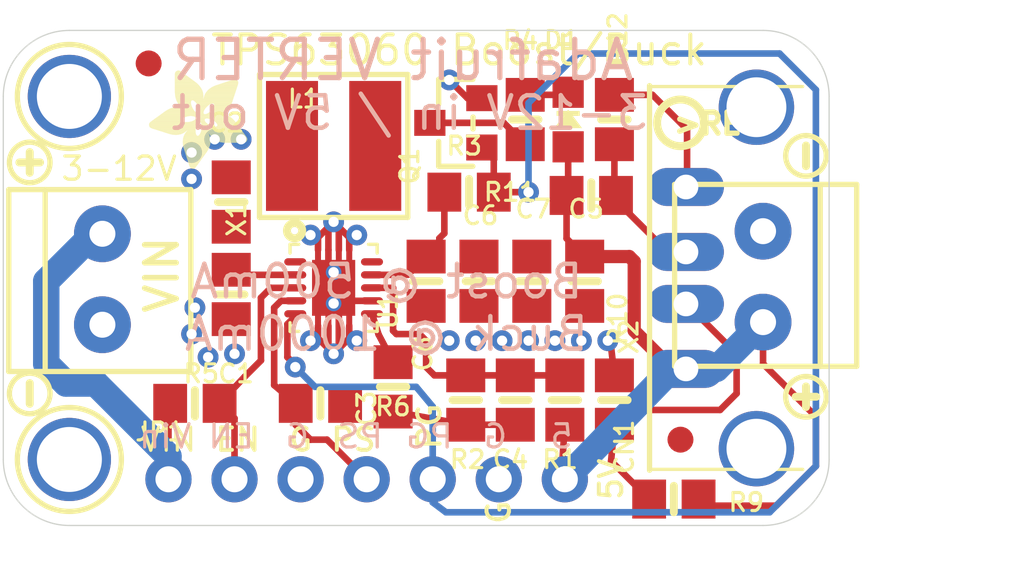
<source format=kicad_pcb>
(kicad_pcb (version 20211014) (generator pcbnew)
  (layers (0 "F.Cu" signal) (31 "B.Cu" signal) (34 "B.Paste" user) (35 "F.Paste" user) (36 "B.SilkS" user "B.Silkscreen") (37 "F.SilkS" user "F.Silkscreen") (38 "B.Mask" user) (39 "F.Mask" user) (44 "Edge.Cuts" user))
  (net 0 "")
  (net 1 "N$1")
  (net 2 "N$2")
  (net 3 "GND")
  (net 4 "VIN")
  (net 5 "N$3")
  (net 6 "N$5")
  (net 7 "PG")
  (net 8 "5.0V")
  (net 9 "N$4")
  (net 10 "N$6")
  (net 11 "ENABLE")
  (net 12 "D+")
  (net 13 "D-")
  (net 14 "PS")
  (footprint "boardEagle:PWSON-N10" (layer "F.Cu") (at 145.3261 105.3846 -90)
    (fp_text reference "U1" (at 0.124 -2.1 90) (layer "F.SilkS") (effects (font (size 0.692831 0.692831) (thickness 0.119969)) (justify right)))
    (fp_text value "TPS63060")
    (pad "1" smd roundrect (at -1 1.475 270) (size 0.28 0.85) (layers "F.Cu" "F.Paste") (roundrect_rratio 0.5) (net 1 "N$1"))
    (pad "2" smd roundrect (at -0.5 1.475 270) (size 0.28 0.85) (layers "F.Cu" "F.Paste") (roundrect_rratio 0.5) (net 4 "VIN"))
    (pad "3" smd roundrect (at 0 1.475 270) (size 0.28 0.85) (layers "F.Cu" "F.Paste") (roundrect_rratio 0.5) (net 11 "ENABLE"))
    (pad "4" smd roundrect (at 0.5 1.475 270) (size 0.28 0.85) (layers "F.Cu" "F.Paste") (roundrect_rratio 0.5) (net 14 "PS"))
    (pad "5" smd roundrect (at 1 1.475 270) (size 0.28 0.85) (layers "F.Cu" "F.Paste") (roundrect_rratio 0.5) (net 7 "PG"))
    (pad "6" smd roundrect (at 1 -1.475 270) (size 0.28 0.85) (layers "F.Cu" "F.Paste") (roundrect_rratio 0.5) (net 5 "N$3"))
    (pad "7" smd roundrect (at 0.5 -1.475 270) (size 0.28 0.85) (layers "F.Cu" "F.Paste") (roundrect_rratio 0.5) (net 3 "GND"))
    (pad "8" smd roundrect (at 0 -1.475 270) (size 0.28 0.85) (layers "F.Cu" "F.Paste") (roundrect_rratio 0.5) (net 6 "N$5"))
    (pad "9" smd roundrect (at -0.5 -1.475 270) (size 0.28 0.85) (layers "F.Cu" "F.Paste") (roundrect_rratio 0.5) (net 8 "5.0V"))
    (pad "10" smd roundrect (at -1 -1.475 270) (size 0.28 0.85) (layers "F.Cu" "F.Paste") (roundrect_rratio 0.5) (net 2 "N$2"))
    (pad "THERMAL@1" smd rect (at 0 0 270) (size 2.15 1.66) (layers "F.Cu") (net 3 "GND"))
    (pad "THERMAL@5" thru_hole circle (at -0.6 0 270) (size 0.6 0.6) (drill 0.4) (layers *.Cu) (net 3 "GND"))
    (pad "THERMAL@6" thru_hole circle (at 0.6 0 270) (size 0.6 0.6) (drill 0.4) (layers *.Cu) (net 3 "GND"))
    (pad "THERMAL@7" smd rect (at 1.46 -0.6 270) (size 0.8 0.23) (layers "F.Cu" "F.Paste" "F.Mask") (net 3 "GND"))
    (pad "THERMAL@8" smd rect (at 1.46 -0.2 270) (size 0.8 0.23) (layers "F.Cu" "F.Paste" "F.Mask") (net 3 "GND"))
    (pad "THERMAL@9" smd rect (at 1.46 0.2 270) (size 0.8 0.23) (layers "F.Cu" "F.Paste" "F.Mask") (net 3 "GND"))
    (pad "THERMAL@10" smd rect (at 1.46 0.6 270) (size 0.8 0.23) (layers "F.Cu" "F.Paste" "F.Mask") (net 3 "GND"))
    (pad "THERMAL@11" smd rect (at -1.46 0.6 270) (size 0.8 0.23) (layers "F.Cu" "F.Paste" "F.Mask") (net 3 "GND"))
    (pad "THERMAL@12" smd rect (at -1.46 0.2 270) (size 0.8 0.23) (layers "F.Cu" "F.Paste" "F.Mask") (net 3 "GND"))
    (pad "THERMAL@13" smd rect (at -1.46 -0.2 270) (size 0.8 0.23) (layers "F.Cu" "F.Paste" "F.Mask") (net 3 "GND"))
    (pad "THERMAL@14" smd rect (at -1.46 -0.6 270) (size 0.8 0.23) (layers "F.Cu" "F.Paste" "F.Mask") (net 3 "GND"))
  )
  (footprint "boardEagle:SYMBOL_MINUS" (layer "F.Cu") (at 133.6421 109.4486 90)
    (fp_text reference "U$25" hide)
    (fp_text value "" hide)
  )
  (footprint "boardEagle:SYMBOL_PLUS" (layer "F.Cu") (at 133.6421 100.5586 90)
    (fp_text reference "U$23" hide)
    (fp_text value "" hide)
  )
  (footprint "boardEagle:TERMBLOCK_1X2-3.5MM" (layer "F.Cu") (at 161.8361 105.0036 90)
    (fp_text reference "X2" (at -3 -5.16 90) (layer "F.SilkS") (effects (font (size 0.692831 0.692831) (thickness 0.119969)) (justify left)))
    (fp_text value "")
    (pad "1" thru_hole circle (at 1.8 0 90) (size 2.1844 2.1844) (drill 1) (layers *.Cu *.Mask) (net 3 "GND"))
    (pad "2" thru_hole circle (at -1.7 0 90) (size 2.1844 2.1844) (drill 1) (layers *.Cu *.Mask) (net 8 "5.0V"))
  )
  (footprint "boardEagle:0805-NO" (layer "F.Cu") (at 141.3891 102.0826 90)
    (fp_text reference "C2" (at 3.048 0.5715) (layer "F.SilkS") (effects (font (size 0.692831 0.692831) (thickness 0.119969)) (justify right)))
    (fp_text value "10uF/16V X5R")
    (pad "1" smd rect (at -0.95 0 90) (size 1.3 1.5) (layers "F.Cu" "F.Paste" "F.Mask") (net 4 "VIN"))
    (pad "2" smd rect (at 0.95 0 90) (size 1.3 1.5) (layers "F.Cu" "F.Paste" "F.Mask") (net 3 "GND"))
  )
  (footprint "boardEagle:FIDUCIAL_1MM" (layer "F.Cu") (at 158.6611 111.2266)
    (fp_text reference "FID1" hide)
    (fp_text value "FIDUCIAL\"\"" hide)
    (pad "1" smd roundrect (at 0 0) (size 1 1) (layers "F.Cu" "F.Mask") (roundrect_rratio 0.5))
  )
  (footprint "boardEagle:0805-NO" (layer "F.Cu") (at 158.4071 113.5126)
    (fp_text reference "R9" (at 2.032 0.127) (layer "F.SilkS") (effects (font (size 0.692831 0.692831) (thickness 0.119969)) (justify left)))
    (fp_text value "75K 1%")
    (pad "1" smd rect (at -0.95 0) (size 1.3 1.5) (layers "F.Cu" "F.Paste" "F.Mask") (net 13 "D-"))
    (pad "2" smd rect (at 0.95 0) (size 1.3 1.5) (layers "F.Cu" "F.Paste" "F.Mask") (net 8 "5.0V"))
  )
  (footprint "boardEagle:0805-NO" (layer "F.Cu") (at 156.1211 109.7026 90)
    (fp_text reference "R10" (at 2.032 0.127 90) (layer "F.SilkS") (effects (font (size 0.692831 0.692831) (thickness 0.119969)) (justify left)))
    (fp_text value "49.9K 1%")
    (pad "1" smd rect (at -0.95 0 90) (size 1.3 1.5) (layers "F.Cu" "F.Paste" "F.Mask") (net 13 "D-"))
    (pad "2" smd rect (at 0.95 0 90) (size 1.3 1.5) (layers "F.Cu" "F.Paste" "F.Mask") (net 3 "GND"))
  )
  (footprint "boardEagle:0805-NO" (layer "F.Cu") (at 154.9781 105.1306 -90)
    (fp_text reference "C5" (at -2.7813 0.6985) (layer "F.SilkS") (effects (font (size 0.692831 0.692831) (thickness 0.119969)) (justify left)))
    (fp_text value "22uF/10V X5R")
    (pad "1" smd rect (at -0.95 0 270) (size 1.3 1.5) (layers "F.Cu" "F.Paste" "F.Mask") (net 8 "5.0V"))
    (pad "2" smd rect (at 0.95 0 270) (size 1.3 1.5) (layers "F.Cu" "F.Paste" "F.Mask") (net 3 "GND"))
  )
  (footprint "boardEagle:0805-NO" (layer "F.Cu") (at 144.8181 109.8296)
    (fp_text reference "R6" (at 2.032 0.127) (layer "F.SilkS") (effects (font (size 0.692831 0.692831) (thickness 0.119969)) (justify left)))
    (fp_text value "105K")
    (pad "1" smd rect (at -0.95 0) (size 1.3 1.5) (layers "F.Cu" "F.Paste" "F.Mask") (net 14 "PS"))
    (pad "2" smd rect (at 0.95 0) (size 1.3 1.5) (layers "F.Cu" "F.Paste" "F.Mask") (net 3 "GND"))
  )
  (footprint "boardEagle:FIDUCIAL_1MM" (layer "F.Cu") (at 138.2141 96.7486)
    (fp_text reference "FID2" hide)
    (fp_text value "FIDUCIAL\"\"" hide)
    (pad "1" smd roundrect (at 0 0) (size 1 1) (layers "F.Cu" "F.Mask") (roundrect_rratio 0.5))
  )
  (footprint "boardEagle:PCBFEAT-REV-040" (layer "F.Cu") (at 158.6611 99.0346)
    (fp_text reference "U$38" hide)
    (fp_text value "" hide)
    (fp_text user ">REV" (at -0.3556 0.508) (layer "F.SilkS") (effects (font (size 0.8128 0.8128) (thickness 0.2032)) (justify left bottom)))
  )
  (footprint "boardEagle:0805-NO" (layer "F.Cu") (at 150.5331 101.7016 180)
    (fp_text reference "R3" (at -0.5715 1.778) (layer "F.SilkS") (effects (font (size 0.692831 0.692831) (thickness 0.119969)) (justify right)))
    (fp_text value "1M")
    (pad "1" smd rect (at -0.95 0 180) (size 1.3 1.5) (layers "F.Cu" "F.Paste" "F.Mask") (net 7 "PG"))
    (pad "2" smd rect (at 0.95 0 180) (size 1.3 1.5) (layers "F.Cu" "F.Paste" "F.Mask") (net 8 "5.0V"))
  )
  (footprint "boardEagle:0805-NO" (layer "F.Cu") (at 152.3111 109.7026 -90)
    (fp_text reference "C4" (at 2.286 -0.5715) (layer "F.SilkS") (effects (font (size 0.692831 0.692831) (thickness 0.119969)) (justify right)))
    (fp_text value "10pF")
    (pad "1" smd rect (at -0.95 0 270) (size 1.3 1.5) (layers "F.Cu" "F.Paste" "F.Mask") (net 6 "N$5"))
    (pad "2" smd rect (at 0.95 0 270) (size 1.3 1.5) (layers "F.Cu" "F.Paste" "F.Mask") (net 3 "GND"))
  )
  (footprint "boardEagle:0805-NO" (layer "F.Cu") (at 155.2321 101.8286 180)
    (fp_text reference "R11" (at 2.032 0.127) (layer "F.SilkS") (effects (font (size 0.692831 0.692831) (thickness 0.119969)) (justify right)))
    (fp_text value "75K 1%")
    (pad "1" smd rect (at -0.95 0 180) (size 1.3 1.5) (layers "F.Cu" "F.Paste" "F.Mask") (net 12 "D+"))
    (pad "2" smd rect (at 0.95 0 180) (size 1.3 1.5) (layers "F.Cu" "F.Paste" "F.Mask") (net 8 "5.0V"))
  )
  (footprint "boardEagle:SYMBOL_MINUS" (layer "F.Cu") (at 163.4871 100.3046 90)
    (fp_text reference "U$24" hide)
    (fp_text value "" hide)
  )
  (footprint "boardEagle:0805-NO" (layer "F.Cu") (at 147.6121 109.1946 -90)
    (fp_text reference "C3" (at 1.5875 1.016 90) (layer "F.SilkS") (effects (font (size 0.692831 0.692831) (thickness 0.119969)) (justify left)))
    (fp_text value "0.1uF")
    (pad "1" smd rect (at -0.95 0 270) (size 1.3 1.5) (layers "F.Cu" "F.Paste" "F.Mask") (net 5 "N$3"))
    (pad "2" smd rect (at 0.95 0 270) (size 1.3 1.5) (layers "F.Cu" "F.Paste" "F.Mask") (net 3 "GND"))
  )
  (footprint "boardEagle:INDUCTOR_5X5MM_TDK_VLC5045" (layer "F.Cu") (at 145.3261 99.9236)
    (fp_text reference "L1" (at -1.83 -1.81) (layer "F.SilkS") (effects (font (size 0.692831 0.692831) (thickness 0.119969)) (justify left)))
    (fp_text value "NRS5030T1R0NMGJ ")
    (pad "P$1" smd rect (at -1.6 0) (size 2 5) (layers "F.Cu" "F.Paste" "F.Mask") (net 1 "N$1"))
    (pad "P$2" smd rect (at 1.6 0) (size 2 5) (layers "F.Cu" "F.Paste" "F.Mask") (net 2 "N$2"))
  )
  (footprint "boardEagle:CHIPLED_0805_NOOUTLINE" (layer "F.Cu") (at 154.3431 98.9076)
    (fp_text reference "D1" (at 0.508 -3.048) (layer "F.SilkS") (effects (font (size 0.692831 0.692831) (thickness 0.119969)) (justify right)))
    (fp_text value "GREEN")
    (pad "A" smd rect (at 0 1.05) (size 1.2 1.2) (layers "F.Cu" "F.Paste" "F.Mask") (net 8 "5.0V"))
    (pad "C" smd rect (at 0 -1.05) (size 1.2 1.2) (layers "F.Cu" "F.Paste" "F.Mask") (net 9 "N$4"))
  )
  (footprint "boardEagle:0805-NO" (layer "F.Cu") (at 141.3891 105.6386 -90)
    (fp_text reference "C1" (at 3.048 0.5715) (layer "F.SilkS") (effects (font (size 0.692831 0.692831) (thickness 0.119969)) (justify left)))
    (fp_text value "10uF/16V X5R")
    (pad "1" smd rect (at -0.95 0 270) (size 1.3 1.5) (layers "F.Cu" "F.Paste" "F.Mask") (net 4 "VIN"))
    (pad "2" smd rect (at 0.95 0 270) (size 1.3 1.5) (layers "F.Cu" "F.Paste" "F.Mask") (net 3 "GND"))
  )
  (footprint "boardEagle:0805-NO" (layer "F.Cu") (at 156.1211 98.9076 90)
    (fp_text reference "R12" (at 2.032 0.127 90) (layer "F.SilkS") (effects (font (size 0.692831 0.692831) (thickness 0.119969)) (justify left)))
    (fp_text value "49.9K 1%")
    (pad "1" smd rect (at -0.95 0 90) (size 1.3 1.5) (layers "F.Cu" "F.Paste" "F.Mask") (net 12 "D+"))
    (pad "2" smd rect (at 0.95 0 90) (size 1.3 1.5) (layers "F.Cu" "F.Paste" "F.Mask") (net 3 "GND"))
  )
  (footprint "boardEagle:0805-NO" (layer "F.Cu") (at 152.6921 98.9076 -90)
    (fp_text reference "R4" (at -3.048 -0.5715) (layer "F.SilkS") (effects (font (size 0.692831 0.692831) (thickness 0.119969)) (justify right)))
    (fp_text value "1K")
    (pad "1" smd rect (at -0.95 0 270) (size 1.3 1.5) (layers "F.Cu" "F.Paste" "F.Mask") (net 9 "N$4"))
    (pad "2" smd rect (at 0.95 0 270) (size 1.3 1.5) (layers "F.Cu" "F.Paste" "F.Mask") (net 10 "N$6"))
  )
  (footprint "boardEagle:0805-NO" (layer "F.Cu") (at 139.9921 109.8296)
    (fp_text reference "R5" (at -0.508 -1.143) (layer "F.SilkS") (effects (font (size 0.692831 0.692831) (thickness 0.119969)) (justify left)))
    (fp_text value "105K")
    (pad "1" smd rect (at -0.95 0) (size 1.3 1.5) (layers "F.Cu" "F.Paste" "F.Mask") (net 4 "VIN"))
    (pad "2" smd rect (at 0.95 0) (size 1.3 1.5) (layers "F.Cu" "F.Paste" "F.Mask") (net 11 "ENABLE"))
  )
  (footprint "boardEagle:0805-NO" (layer "F.Cu") (at 150.9141 105.1306 -90)
    (fp_text reference "C6" (at -2.5273 0.6985) (layer "F.SilkS") (effects (font (size 0.692831 0.692831) (thickness 0.119969)) (justify left)))
    (fp_text value "22uF/10V X5R")
    (pad "1" smd rect (at -0.95 0 270) (size 1.3 1.5) (layers "F.Cu" "F.Paste" "F.Mask") (net 8 "5.0V"))
    (pad "2" smd rect (at 0.95 0 270) (size 1.3 1.5) (layers "F.Cu" "F.Paste" "F.Mask") (net 3 "GND"))
  )
  (footprint "boardEagle:TERMBLOCK_1X2-3.5MM" (layer "F.Cu") (at 136.4361 105.0036 -90)
    (fp_text reference "X1" (at -3 -5.16 90) (layer "F.SilkS") (effects (font (size 0.692831 0.692831) (thickness 0.119969)) (justify right)))
    (fp_text value "")
    (pad "1" thru_hole circle (at 1.8 0 270) (size 2.1844 2.1844) (drill 1) (layers *.Cu *.Mask) (net 3 "GND"))
    (pad "2" thru_hole circle (at -1.7 0 270) (size 2.1844 2.1844) (drill 1) (layers *.Cu *.Mask) (net 4 "VIN"))
  )
  (footprint "boardEagle:0805-NO" (layer "F.Cu") (at 150.4061 109.7026 90)
    (fp_text reference "R2" (at -2.286 0.8255) (layer "F.SilkS") (effects (font (size 0.692831 0.692831) (thickness 0.119969)) (justify right)))
    (fp_text value "105K")
    (pad "1" smd rect (at -0.95 0 90) (size 1.3 1.5) (layers "F.Cu" "F.Paste" "F.Mask") (net 3 "GND"))
    (pad "2" smd rect (at 0.95 0 90) (size 1.3 1.5) (layers "F.Cu" "F.Paste" "F.Mask") (net 6 "N$5"))
  )
  (footprint "boardEagle:0805-NO" (layer "F.Cu") (at 154.2161 109.7026 -90)
    (fp_text reference "R1" (at 2.286 -0.5715) (layer "F.SilkS") (effects (font (size 0.692831 0.692831) (thickness 0.119969)) (justify right)))
    (fp_text value "1M")
    (pad "1" smd rect (at -0.95 0 270) (size 1.3 1.5) (layers "F.Cu" "F.Paste" "F.Mask") (net 6 "N$5"))
    (pad "2" smd rect (at 0.95 0 270) (size 1.3 1.5) (layers "F.Cu" "F.Paste" "F.Mask") (net 8 "5.0V"))
  )
  (footprint "boardEagle:0805-NO" (layer "F.Cu") (at 148.8821 105.1306 -90)
    (fp_text reference "C8" (at 2.032 0.127 90) (layer "F.SilkS") (effects (font (size 0.692831 0.692831) (thickness 0.119969)) (justify right)))
    (fp_text value "1uF/10V X5R")
    (pad "1" smd rect (at -0.95 0 270) (size 1.3 1.5) (layers "F.Cu" "F.Paste" "F.Mask") (net 8 "5.0V"))
    (pad "2" smd rect (at 0.95 0 270) (size 1.3 1.5) (layers "F.Cu" "F.Paste" "F.Mask") (net 3 "GND"))
  )
  (footprint "boardEagle:1X07_ROUND_70" (layer "F.Cu") (at 146.5961 112.7506)
    (fp_text reference "JP1" (at -8.9662 -1.8288) (layer "F.SilkS") (effects (font (size 0.692831 0.692831) (thickness 0.119969)) (justify left)))
    (fp_text value "")
    (pad "1" thru_hole circle (at -7.62 0 90) (size 1.778 1.778) (drill 1) (layers *.Cu *.Mask) (net 4 "VIN"))
    (pad "2" thru_hole circle (at -5.08 0 90) (size 1.778 1.778) (drill 1) (layers *.Cu *.Mask) (net 11 "ENABLE"))
    (pad "3" thru_hole circle (at -2.54 0 90) (size 1.778 1.778) (drill 1) (layers *.Cu *.Mask) (net 3 "GND"))
    (pad "4" thru_hole circle (at 0 0 90) (size 1.778 1.778) (drill 1) (layers *.Cu *.Mask) (net 14 "PS"))
    (pad "5" thru_hole circle (at 2.54 0 90) (size 1.778 1.778) (drill 1) (layers *.Cu *.Mask) (net 7 "PG"))
    (pad "6" thru_hole circle (at 5.08 0 90) (size 1.778 1.778) (drill 1) (layers *.Cu *.Mask) (net 3 "GND"))
    (pad "7" thru_hole circle (at 7.62 0 90) (size 1.778 1.778) (drill 1) (layers *.Cu *.Mask) (net 8 "5.0V"))
  )
  (footprint "boardEagle:MOUNTINGHOLE_2.5_PLATED" (layer "F.Cu") (at 135.1661 111.9886)
    (fp_text reference "U$15" hide)
    (fp_text value "MOUNTINGHOLE2.5" hide)
    (pad "P$1" thru_hole circle (at 0 0) (size 3.2 3.2) (drill 2.5) (layers *.Cu *.Mask))
  )
  (footprint "boardEagle:MOUNTINGHOLE_2.5_PLATED" (layer "F.Cu") (at 135.1661 98.0186)
    (fp_text reference "U$17" hide)
    (fp_text value "MOUNTINGHOLE2.5" hide)
    (pad "P$1" thru_hole circle (at 0 0) (size 3.2 3.2) (drill 2.5) (layers *.Cu *.Mask))
  )
  (footprint "boardEagle:0805-NO" (layer "F.Cu") (at 152.9461 105.1306 -90)
    (fp_text reference "C7" (at -2.7813 0.6985) (layer "F.SilkS") (effects (font (size 0.692831 0.692831) (thickness 0.119969)) (justify left)))
    (fp_text value "22uF/10V X5R")
    (pad "1" smd rect (at -0.95 0 270) (size 1.3 1.5) (layers "F.Cu" "F.Paste" "F.Mask") (net 8 "5.0V"))
    (pad "2" smd rect (at 0.95 0 270) (size 1.3 1.5) (layers "F.Cu" "F.Paste" "F.Mask") (net 3 "GND"))
  )
  (footprint "boardEagle:ADAFRUIT_3.5MM" (layer "F.Cu") (at 142.0241 97.0026 180)
    (fp_text reference "U$27" hide)
    (fp_text value "" hide)
  )
  (footprint "boardEagle:SOT23-WIDE" (layer "F.Cu") (at 150.0251 99.0346 90)
    (fp_text reference "Q1" (at -0.889 -1.778 90) (layer "F.SilkS") (effects (font (size 0.692831 0.692831) (thickness 0.119969)) (justify right)))
    (fp_text value "BSS138")
    (pad "1" smd rect (at -0.95 1 90) (size 1 1.2) (layers "F.Cu" "F.Paste" "F.Mask") (net 7 "PG"))
    (pad "2" smd rect (at 0.95 1 90) (size 1 1.2) (layers "F.Cu" "F.Paste" "F.Mask") (net 3 "GND"))
    (pad "3" smd rect (at 0 -1 90) (size 1 1.2) (layers "F.Cu" "F.Paste" "F.Mask") (net 10 "N$6"))
  )
  (footprint "boardEagle:USB_HOST-PTH" (layer "F.Cu") (at 165.3921 105.0036 90)
    (fp_text reference "CN1" (at -7.62 -8.89 90) (layer "F.SilkS") (effects (font (size 0.692831 0.692831) (thickness 0.119969)) (justify left)))
    (fp_text value "USBA_FEMALE")
    (pad "D+" thru_hole oval (at 1 -6.52 180) (size 2.916 1.458) (drill 0.95) (layers *.Cu *.Mask) (net 12 "D+"))
    (pad "D-" thru_hole oval (at -1 -6.52 180) (size 2.916 1.458) (drill 0.95) (layers *.Cu *.Mask) (net 13 "D-"))
    (pad "GND" thru_hole oval (at 3.5 -6.52 180) (size 2.916 1.458) (drill 0.95) (layers *.Cu *.Mask) (net 3 "GND"))
    (pad "S1" thru_hole circle (at -6.57 -3.81 90) (size 2.9 2.9) (drill 2.3) (layers *.Cu *.Mask))
    (pad "S2" thru_hole circle (at 6.57 -3.81 270) (size 2.9 2.9) (drill 2.3) (layers *.Cu *.Mask))
    (pad "VBUS" thru_hole oval (at -3.5 -6.52 180) (size 2.916 1.458) (drill 0.95) (layers *.Cu *.Mask) (net 8 "5.0V"))
  )
  (footprint "boardEagle:SYMBOL_PLUS" (layer "F.Cu") (at 163.4871 109.5756 90)
    (fp_text reference "U$22" hide)
    (fp_text value "" hide)
  )
  (footprint "boardEagle:VERTERLOGO" (layer "B.Cu") (at 157.1371 103.9876 180)
    (fp_text reference "U$37" hide)
    (fp_text value "" hide)
  )
  (gr_arc (start 135.1661 114.5286) (mid 133.370049 113.784651) (end 132.6261 111.9886) (layer "Edge.Cuts") (width 0.05))
  (gr_line (start 135.1661 95.4786) (end 161.8361 95.4786) (layer "Edge.Cuts") (width 0.05))
  (gr_arc (start 132.6261 98.0186) (mid 133.370049 96.222549) (end 135.1661 95.4786) (layer "Edge.Cuts") (width 0.05))
  (gr_line (start 164.3761 98.0186) (end 164.3761 111.9886) (layer "Edge.Cuts") (width 0.05))
  (gr_line (start 161.8361 114.5286) (end 135.1661 114.5286) (layer "Edge.Cuts") (width 0.05))
  (gr_line (start 132.6261 111.9886) (end 132.6261 98.0186) (layer "Edge.Cuts") (width 0.05))
  (gr_arc (start 164.3761 111.9886) (mid 163.632151 113.784651) (end 161.8361 114.5286) (layer "Edge.Cuts") (width 0.05))
  (gr_arc (start 161.8361 95.4786) (mid 163.632151 96.222549) (end 164.3761 98.0186) (layer "Edge.Cuts") (width 0.05))
  (gr_text "5" (at 154.0891 111.0996) (layer "B.SilkS") (effects (font (size 0.89408 0.89408) (thickness 0.12192)) (justify mirror)))
  (gr_text "PS" (at 146.3421 111.0996) (layer "B.SilkS") (effects (font (size 0.89408 0.89408) (thickness 0.12192)) (justify mirror)))
  (gr_text "EN" (at 141.3891 111.0996) (layer "B.SilkS") (effects (font (size 0.89408 0.89408) (thickness 0.12192)) (justify mirror)))
  (gr_text "G" (at 143.9291 111.0996) (layer "B.SilkS") (effects (font (size 0.89408 0.89408) (thickness 0.12192)) (justify mirror)))
  (gr_text "PG" (at 149.0091 111.0996) (layer "B.SilkS") (effects (font (size 0.89408 0.89408) (thickness 0.12192)) (justify mirror)))
  (gr_text "Vin" (at 138.8491 111.0996) (layer "B.SilkS") (effects (font (size 0.89408 0.89408) (thickness 0.12192)) (justify mirror)))
  (gr_text "Adafruit VERTER" (at 147.9931 96.6216) (layer "B.SilkS") (effects (font (size 1.475232 1.475232) (thickness 0.201168)) (justify mirror)))
  (gr_text "Boost @ 500mA\nBuck @ 1000mA" (at 147.3581 106.1466) (layer "B.SilkS") (effects (font (size 1.251712 1.251712) (thickness 0.170688)) (justify mirror)))
  (gr_text "3-12V in / 5V out" (at 148.2471 98.6536) (layer "B.SilkS") (effects (font (size 1.251712 1.251712) (thickness 0.170688)) (justify mirror)))
  (gr_text "G" (at 151.5491 111.0996) (layer "B.SilkS") (effects (font (size 0.89408 0.89408) (thickness 0.12192)) (justify mirror)))
  (gr_text "G" (at 151.6761 114.0206 90) (layer "F.SilkS") (effects (font (size 0.8636 0.8636) (thickness 0.1524))))
  (gr_text "PS" (at 146.0881 111.2266) (layer "F.SilkS") (effects (font (size 0.8636 0.8636) (thickness 0.1524))))
  (gr_text "TPS63060 Boost/Buck" (at 150.1521 96.2406) (layer "F.SilkS") (effects (font (size 1.1176 1.1176) (thickness 0.1524))))
  (gr_text "EN" (at 141.6431 111.2266) (layer "F.SilkS") (effects (font (size 0.8636 0.8636) (thickness 0.1524))))
  (gr_text "3-12V" (at 134.7851 101.3206) (layer "F.SilkS") (effects (font (size 0.89408 0.89408) (thickness 0.12192)) (justify left bottom)))
  (gr_text "5V" (at 155.9941 112.7506 90) (layer "F.SilkS") (effects (font (size 0.8636 0.8636) (thickness 0.1524))))
  (gr_text "PG" (at 149.0091 110.7186 90) (layer "F.SilkS") (effects (font (size 0.8636 0.8636) (thickness 0.1524))))
  (gr_text "G" (at 144.0561 111.2266) (layer "F.SilkS") (effects (font (size 0.8636 0.8636) (thickness 0.1524))))
  (gr_text "VIN" (at 138.9761 111.2266) (layer "F.SilkS") (effects (font (size 0.89408 0.89408) (thickness 0.12192))))
  (gr_text "VIN" (at 138.7221 104.8766 90) (layer "F.SilkS") (effects (font (size 1.20904 1.20904) (thickness 0.21336))))
  (segment (start 144.7261 103.9246) (end 144.7261 103.4446) (width 0.254) (layer "F.Cu") (net 3))
  (segment (start 144.7261 103.4446) (end 145.3261 102.8446) (width 0.254) (layer "F.Cu") (net 3))
  (segment (start 145.5261 106.1846) (end 145.3261 105.9846) (width 0.254) (layer "F.Cu") (net 3))
  (segment (start 145.5261 103.9246) (end 145.5261 103.0446) (width 0.254) (layer "F.Cu") (net 3))
  (segment (start 158.9151 99.2886) (end 158.9151 101.4606) (width 0.254) (layer "F.Cu") (net 3))
  (segment (start 145.9261 103.4446) (end 145.3261 102.8446) (width 0.254) (layer "F.Cu") (net 3))
  (segment (start 145.1261 107.7246) (end 145.3261 107.9246) (width 0.254) (layer "F.Cu") (net 3))
  (segment (start 151.0251 98.0846) (end 150.4721 98.0846) (width 0.254) (layer "F.Cu") (net 3))
  (segment (start 145.5261 106.8446) (end 145.5261 106.1846) (width 0.254) (layer "F.Cu") (net 3))
  (segment (start 155.9941 107.6706) (end 155.8671 107.4166) (width 0.254) (layer "F.Cu") (net 3))
  (segment (start 157.5841 97.9576) (end 158.9151 99.2886) (width 0.254) (layer "F.Cu") (net 3))
  (segment (start 145.1261 103.0446) (end 145.3261 102.8446) (width 0.254) (layer "F.Cu") (net 3))
  (segment (start 150.4721 98.0846) (end 149.7711 97.3836) (width 0.254) (layer "F.Cu") (net 3))
  (segment (start 158.9151 101.4606) (end 158.8721 101.5036) (width 0.254) (layer "F.Cu") (net 3))
  (segment (start 150.4061 110.6526) (end 152.3111 110.6526) (width 0.254) (layer "F.Cu") (net 3))
  (segment (start 145.1261 106.8446) (end 145.1261 107.7246) (width 0.254) (layer "F.Cu") (net 3))
  (segment (start 156.1211 97.9576) (end 157.5841 97.9576) (width 0.254) (layer "F.Cu") (net 3))
  (segment (start 145.9261 103.9246) (end 145.9261 103.4446) (width 0.254) (layer "F.Cu") (net 3))
  (segment (start 145.1261 103.9246) (end 145.1261 103.0446) (width 0.254) (layer "F.Cu") (net 3))
  (segment (start 145.9261 106.8446) (end 145.9261 107.3246) (width 0.254) (layer "F.Cu") (net 3))
  (segment (start 144.7261 107.3246) (end 145.3261 107.9246) (width 0.254) (layer "F.Cu") (net 3))
  (segment (start 145.1261 103.9246) (end 145.1261 104.5846) (width 0.254) (layer "F.Cu") (net 3))
  (segment (start 145.5261 103.0446) (end 145.3261 102.8446) (width 0.254) (layer "F.Cu") (net 3))
  (segment (start 145.5261 106.8446) (end 145.5261 107.7246) (width 0.254) (layer "F.Cu") (net 3))
  (segment (start 145.5261 107.7246) (end 145.3261 107.9246) (width 0.254) (layer "F.Cu") (net 3))
  (segment (start 144.7261 106.8446) (end 144.7261 107.3246) (width 0.254) (layer "F.Cu") (net 3))
  (segment (start 147.6121 110.1446) (end 150.4061 110.6526) (width 0.254) (layer "F.Cu") (net 3))
  (segment (start 145.3261 104.7846) (end 145.3261 105.3846) (width 0.254) (layer "F.Cu") (net 3))
  (segment (start 145.3261 105.8846) (end 145.3261 105.9846) (width 0.254) (layer "F.Cu") (net 3))
  (segment (start 146.8011 105.8846) (end 145.3261 105.8846) (width 0.254) (layer "F.Cu") (net 3))
  (segment (start 145.9261 107.3246) (end 145.3261 107.9246) (width 0.254) (layer "F.Cu") (net 3))
  (segment (start 145.1261 104.5846) (end 145.3261 104.7846) (width 0.254) (layer "F.Cu") (net 3))
  (segment (start 156.1211 108.7526) (end 155.9941 107.6706) (width 0.254) (layer "F.Cu") (net 3))
  (via (at 145.3261 102.8446) (size 0.8001) (drill 0.3937) (layers "F.Cu" "B.Cu") (net 3))
  (via (at 140.5001 108.0516) (size 0.8001) (drill 0.3937) (layers "F.Cu" "B.Cu") (net 3))
  (via (at 155.8671 107.4166) (size 0.8001) (drill 0.3937) (layers "F.Cu" "B.Cu") (net 3))
  (via (at 153.8351 107.4166) (size 0.8001) (drill 0.3937) (layers "F.Cu" "B.Cu") (net 3))
  (via (at 149.7711 97.3836) (size 0.8001) (drill 0.3937) (layers "F.Cu" "B.Cu") (net 3))
  (via (at 139.8651 101.1936) (size 0.8001) (drill 0.3937) (layers "F.Cu" "B.Cu") (net 3))
  (via (at 139.9921 106.1466) (size 0.8001) (drill 0.3937) (layers "F.Cu" "B.Cu") (net 3))
  (via (at 141.5161 107.9246) (size 0.8001) (drill 0.3937) (layers "F.Cu" "B.Cu") (net 3))
  (via (at 145.3261 107.9246) (size 0.8001) (drill 0.3937) (layers "F.Cu" "B.Cu") (net 3))
  (via (at 146.2151 103.3526) (size 0.8001) (drill 0.3937) (layers "F.Cu" "B.Cu") (net 3))
  (via (at 149.7711 107.4166) (size 0.8001) (drill 0.3937) (layers "F.Cu" "B.Cu") (net 3))
  (via (at 144.4371 103.3526) (size 0.8001) (drill 0.3937) (layers "F.Cu" "B.Cu") (net 3))
  (via (at 141.7701 99.6696) (size 0.8001) (drill 0.3937) (layers "F.Cu" "B.Cu") (net 3))
  (via (at 150.7871 107.4166) (size 0.8001) (drill 0.3937) (layers "F.Cu" "B.Cu") (net 3))
  (via (at 139.8651 107.1626) (size 0.8001) (drill 0.3937) (layers "F.Cu" "B.Cu") (net 3))
  (via (at 152.8191 107.4166) (size 0.8001) (drill 0.3937) (layers "F.Cu" "B.Cu") (net 3))
  (via (at 154.8511 107.4166) (size 0.8001) (drill 0.3937) (layers "F.Cu" "B.Cu") (net 3))
  (via (at 144.4371 107.4166) (size 0.8001) (drill 0.3937) (layers "F.Cu" "B.Cu") (net 3))
  (via (at 151.8031 107.4166) (size 0.8001) (drill 0.3937) (layers "F.Cu" "B.Cu") (net 3))
  (via (at 139.8651 100.1776) (size 0.8001) (drill 0.3937) (layers "F.Cu" "B.Cu") (net 3))
  (via (at 146.2151 107.4166) (size 0.8001) (drill 0.3937) (layers "F.Cu" "B.Cu") (net 3))
  (via (at 140.7541 99.6696) (size 0.8001) (drill 0.3937) (layers "F.Cu" "B.Cu") (net 3))
  (segment (start 149.7711 97.3836) (end 149.3901 97.3836) (width 0.254) (layer "B.Cu") (net 3))
  (segment (start 143.8511 104.8846) (end 141.7701 104.8846) (width 0.254) (layer "F.Cu") (net 4))
  (segment (start 141.7701 104.8846) (end 141.3891 104.6886) (width 0.254) (layer "F.Cu") (net 4))
  (segment (start 139.0421 109.8296) (end 138.9761 109.8956) (width 0.254) (layer "F.Cu") (net 4))
  (segment (start 138.9761 109.8956) (end 138.9761 112.7506) (width 0.254) (layer "F.Cu") (net 4))
  (segment (start 135.0391 109.0676) (end 134.2771 108.3056) (width 1.016) (layer "B.Cu") (net 4))
  (segment (start 134.2771 105.1306) (end 136.1041 103.3036) (width 1.016) (layer "B.Cu") (net 4))
  (segment (start 138.9761 112.7506) (end 138.9761 111.8616) (width 1.016) (layer "B.Cu") (net 4))
  (segment (start 134.2771 108.3056) (end 134.2771 105.1306) (width 1.016) (layer "B.Cu") (net 4))
  (segment (start 138.9761 111.8616) (end 136.1821 109.0676) (width 1.016) (layer "B.Cu") (net 4))
  (segment (start 136.1041 103.3036) (end 136.4361 103.3036) (width 1.016) (layer "B.Cu") (net 4))
  (segment (start 136.1821 109.0676) (end 135.0391 109.0676) (width 1.016) (layer "B.Cu") (net 4))
  (segment (start 147.6121 108.2446) (end 147.0551 107.1796) (width 0.254) (layer "F.Cu") (net 5))
  (segment (start 147.0551 107.1796) (end 146.8011 106.3846) (width 0.254) (layer "F.Cu") (net 5))
  (segment (start 149.2021 108.7526) (end 150.4061 108.7526) (width 0.254) (layer "F.Cu") (net 6))
  (segment (start 147.6121 105.3846) (end 147.6121 107.0356) (width 0.254) (layer "F.Cu") (net 6))
  (segment (start 147.6121 107.0356) (end 147.7391 107.1626) (width 0.254) (layer "F.Cu") (net 6))
  (segment (start 150.4061 108.7526) (end 152.3111 108.7526) (width 0.254) (layer "F.Cu") (net 6))
  (segment (start 148.8821 108.4326) (end 149.2021 108.7526) (width 0.254) (layer "F.Cu") (net 6))
  (segment (start 146.8011 105.3846) (end 147.6121 105.3846) (width 0.254) (layer "F.Cu") (net 6))
  (segment (start 148.8821 107.4166) (end 148.8821 108.4326) (width 0.254) (layer "F.Cu") (net 6))
  (segment (start 148.6281 107.1626) (end 148.8821 107.4166) (width 0.254) (layer "F.Cu") (net 6))
  (segment (start 152.3111 108.7526) (end 154.2161 108.7526) (width 0.254) (layer "F.Cu") (net 6))
  (segment (start 147.7391 107.1626) (end 148.6281 107.1626) (width 0.254) (layer "F.Cu") (net 6))
  (segment (start 151.4831 101.7016) (end 151.4831 100.4426) (width 0.254) (layer "F.Cu") (net 7))
  (segment (start 143.5481 106.7816) (end 143.5481 108.0516) (width 0.254) (layer "F.Cu") (net 7))
  (segment (start 143.8511 106.4786) (end 143.5481 106.7816) (width 0.254) (layer "F.Cu") (net 7))
  (segment (start 151.4831 101.7016) (end 152.8191 101.7016) (width 0.254) (layer "F.Cu") (net 7))
  (segment (start 143.6751 108.1786) (end 143.8511 108.4326) (width 0.254) (layer "F.Cu") (net 7))
  (segment (start 143.5481 108.0516) (end 143.6751 108.1786) (width 0.254) (layer "F.Cu") (net 7))
  (segment (start 143.8511 106.3846) (end 143.8511 106.4786) (width 0.254) (layer "F.Cu") (net 7))
  (segment (start 151.4831 100.4426) (end 151.0251 99.9846) (width 0.254) (layer "F.Cu") (net 7))
  (via (at 152.8191 101.7016) (size 0.8001) (drill 0.3937) (layers "F.Cu" "B.Cu") (net 7))
  (via (at 143.8511 108.4326) (size 0.8001) (drill 0.3937) (layers "F.Cu" "B.Cu") (net 7))
  (segment (start 152.8191 101.7016) (end 152.8191 98.2726) (width 0.254) (layer "B.Cu") (net 7))
  (segment (start 149.1361 112.7506) (end 149.1361 109.9566) (width 0.254) (layer "B.Cu") (net 7))
  (segment (start 162.0901 114.0206) (end 149.6441 114.0206) (width 0.254) (layer "B.Cu") (net 7))
  (segment (start 152.8191 98.2726) (end 154.7241 96.3676) (width 0.254) (layer "B.Cu") (net 7))
  (segment (start 144.6131 109.1946) (end 143.8511 108.4326) (width 0.254) (layer "B.Cu") (net 7))
  (segment (start 163.8681 97.7646) (end 163.8681 112.2426) (width 0.254) (layer "B.Cu") (net 7))
  (segment (start 148.5011 109.1946) (end 144.6131 109.1946) (width 0.254) (layer "B.Cu") (net 7))
  (segment (start 149.6441 114.0206) (end 149.1361 113.6396) (width 0.254) (layer "B.Cu") (net 7))
  (segment (start 163.8681 112.2426) (end 162.0901 114.0206) (width 0.254) (layer "B.Cu") (net 7))
  (segment (start 149.1361 113.6396) (end 149.1361 112.7506) (width 0.254) (layer "B.Cu") (net 7))
  (segment (start 162.4711 96.3676) (end 154.7241 96.3676) (width 0.254) (layer "B.Cu") (net 7))
  (segment (start 149.1361 109.9566) (end 148.5011 109.1946) (width 0.254) (layer "B.Cu") (net 7))
  (segment (start 163.8681 97.7646) (end 162.4711 96.3676) (width 0.254) (layer "B.Cu") (net 7))
  (segment (start 163.8681 112.2426) (end 163.8681 110.3376) (width 0.254) (layer "F.Cu") (net 8))
  (segment (start 154.9781 104.1806) (end 156.6951 104.1806) (width 0.508) (layer "F.Cu") (net 8))
  (segment (start 149.3901 103.6726) (end 148.8821 104.1806) (width 0.254) (layer "F.Cu") (net 8))
  (segment (start 148.1861 104.8766) (end 148.8821 104.1806) (width 0.254) (layer "F.Cu") (net 8))
  (segment (start 154.2821 101.8286) (end 154.2821 103.4846) (width 0.254) (layer "F.Cu") (net 8))
  (segment (start 149.5831 101.7016) (end 149.5831 103.2866) (width 0.254) (layer "F.Cu") (net 8))
  (segment (start 149.3901 103.4796) (end 149.3901 103.6726) (width 0.254) (layer "F.Cu") (net 8))
  (segment (start 149.5831 103.2866) (end 149.3901 103.4796) (width 0.254) (layer "F.Cu") (net 8))
  (segment (start 156.8831 104.3686) (end 156.8831 107.0356) (width 0.508) (layer "F.Cu") (net 8))
  (segment (start 163.8681 110.3376) (end 161.8361 108.3056) (width 0.254) (layer "F.Cu") (net 8))
  (segment (start 159.3571 113.5126) (end 159.1031 113.7666) (width 0.254) (layer "F.Cu") (net 8))
  (segment (start 162.3441 113.7666) (end 163.8681 112.2426) (width 0.254) (layer "F.Cu") (net 8))
  (segment (start 154.3431 99.9576) (end 154.3431 101.7676) (width 0.254) (layer "F.Cu") (net 8))
  (segment (start 147.8661 104.8766) (end 148.1861 104.8766) (width 0.254) (layer "F.Cu") (net 8))
  (segment (start 146.8011 104.8846) (end 147.8581 104.8846) (width 0.254) (layer "F.Cu") (net 8))
  (segment (start 156.8831 107.0356) (end 158.3511 108.5036) (width 0.508) (layer "F.Cu") (net 8))
  (segment (start 159.1031 113.7666) (end 162.3441 113.7666) (width 0.254) (layer "F.Cu") (net 8))
  (segment (start 154.3431 101.7676) (end 154.2821 101.8286) (width 0.254) (layer "F.Cu") (net 8))
  (segment (start 154.0891 112.4966) (end 154.2161 112.7506) (width 0.254) (layer "F.Cu") (net 8))
  (segment (start 147.8581 104.8846) (end 147.8661 104.8766) (width 0.254) (layer "F.Cu") (net 8))
  (segment (start 154.2821 103.4846) (end 154.9781 104.1806) (width 0.254) (layer "F.Cu") (net 8))
  (segment (start 158.3511 108.5036) (end 158.8721 108.5036) (width 0.508) (layer "F.Cu") (net 8))
  (segment (start 156.6951 104.1806) (end 156.8831 104.3686) (width 0.508) (layer "F.Cu") (net 8))
  (segment (start 161.8361 108.3056) (end 161.8361 106.7036) (width 0.254) (layer "F.Cu") (net 8))
  (segment (start 154.2161 110.6526) (end 154.0891 112.4966) (width 0.254) (layer "F.Cu") (net 8))
  (segment (start 160.0361 108.5036) (end 158.8721 108.5036) (width 1.016) (layer "B.Cu") (net 8))
  (segment (start 158.3361 108.5036) (end 154.2161 112.7506) (width 1.016) (layer "B.Cu") (net 8))
  (segment (start 161.8361 106.7036) (end 160.0361 108.5036) (width 1.016) (layer "B.Cu") (net 8))
  (segment (start 158.8721 108.5036) (end 158.3361 108.5036) (width 1.016) (layer "B.Cu") (net 8))
  (segment (start 154.2431 97.9576) (end 154.3431 97.8576) (width 0.254) (layer "F.Cu") (net 9))
  (segment (start 152.6921 97.9576) (end 154.2431 97.9576) (width 0.254) (layer "F.Cu") (net 9))
  (segment (start 151.8691 99.0346) (end 152.6921 99.8576) (width 0.254) (layer "F.Cu") (net 10))
  (segment (start 149.0251 99.0346) (end 151.8691 99.0346) (width 0.254) (layer "F.Cu") (net 10))
  (segment (start 142.5321 105.7656) (end 142.5321 108.1786) (width 0.254) (layer "F.Cu") (net 11))
  (segment (start 140.9421 109.8296) (end 141.5161 110.4036) (width 0.254) (layer "F.Cu") (net 11))
  (segment (start 141.5161 110.4036) (end 141.5161 112.7506) (width 0.254) (layer "F.Cu") (net 11))
  (segment (start 143.8511 105.3846) (end 142.9131 105.3846) (width 0.254) (layer "F.Cu") (net 11))
  (segment (start 142.9131 105.3846) (end 142.5321 105.7656) (width 0.254) (layer "F.Cu") (net 11))
  (segment (start 142.5321 108.1786) (end 141.8971 108.8136) (width 0.254) (layer "F.Cu") (net 11))
  (segment (start 141.8971 108.8136) (end 140.9421 109.8296) (width 0.254) (layer "F.Cu") (net 11))
  (segment (start 156.1821 102.0166) (end 158.1531 103.9876) (width 0.254) (layer "F.Cu") (net 12))
  (segment (start 158.8561 103.9876) (end 158.8721 104.0036) (width 0.254) (layer "F.Cu") (net 12))
  (segment (start 156.1821 101.8286) (end 156.1821 102.0166) (width 0.254) (layer "F.Cu") (net 12))
  (segment (start 158.1531 103.9876) (end 158.8561 103.9876) (width 0.254) (layer "F.Cu") (net 12))
  (segment (start 156.1211 101.7676) (end 156.1821 101.8286) (width 0.254) (layer "F.Cu") (net 12))
  (segment (start 156.1211 99.8576) (end 156.1211 101.7676) (width 0.254) (layer "F.Cu") (net 12))
  (segment (start 158.8721 106.0036) (end 158.8991 106.0036) (width 0.254) (layer "F.Cu") (net 13))
  (segment (start 160.1851 110.0836) (end 156.5631 110.0836) (width 0.254) (layer "F.Cu") (net 13))
  (segment (start 156.5631 110.0836) (end 156.1211 110.6526) (width 0.254) (layer "F.Cu") (net 13))
  (segment (start 158.8991 106.0036) (end 160.8201 107.9246) (width 0.254) (layer "F.Cu") (net 13))
  (segment (start 155.9941 112.0496) (end 157.4571 113.5126) (width 0.254) (layer "F.Cu") (net 13))
  (segment (start 160.8201 109.4486) (end 160.1851 110.0836) (width 0.254) (layer "F.Cu") (net 13))
  (segment (start 160.8201 107.9246) (end 160.8201 109.4486) (width 0.254) (layer "F.Cu") (net 13))
  (segment (start 156.1211 110.6526) (end 155.9941 112.0496) (width 0.254) (layer "F.Cu") (net 13))
  (segment (start 143.0401 109.1286) (end 143.8681 109.8296) (width 0.254) (layer "F.Cu") (net 14))
  (segment (start 143.8681 110.6576) (end 144.4371 111.2266) (width 0.254) (layer "F.Cu") (net 14))
  (segment (start 145.0721 111.2266) (end 146.5961 112.7506) (width 0.254) (layer "F.Cu") (net 14))
  (segment (start 143.8681 109.8296) (end 143.8681 110.6576) (width 0.254) (layer "F.Cu") (net 14))
  (segment (start 143.3021 105.8846) (end 143.0401 106.1466) (width 0.254) (layer "F.Cu") (net 14))
  (segment (start 143.8511 105.8846) (end 143.3021 105.8846) (width 0.254) (layer "F.Cu") (net 14))
  (segment (start 144.4371 111.2266) (end 145.0721 111.2266) (width 0.254) (layer "F.Cu") (net 14))
  (segment (start 143.0401 106.1466) (end 143.0401 109.1286) (width 0.254) (layer "F.Cu") (net 14))
)
</source>
